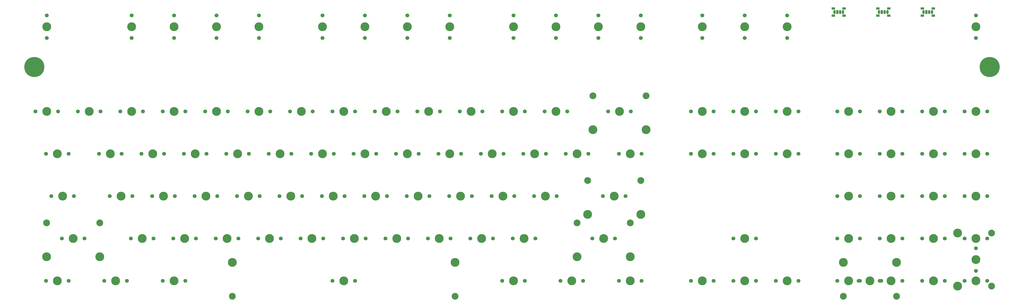
<source format=gbr>
%TF.GenerationSoftware,KiCad,Pcbnew,7.99.0-999-ge1db4e0694*%
%TF.CreationDate,2023-07-03T11:35:08-04:00*%
%TF.ProjectId,aek,61656b2e-6b69-4636-9164-5f7063625858,rev?*%
%TF.SameCoordinates,Original*%
%TF.FileFunction,Soldermask,Top*%
%TF.FilePolarity,Negative*%
%FSLAX46Y46*%
G04 Gerber Fmt 4.6, Leading zero omitted, Abs format (unit mm)*
G04 Created by KiCad (PCBNEW 7.99.0-999-ge1db4e0694) date 2023-07-03 11:35:08*
%MOMM*%
%LPD*%
G01*
G04 APERTURE LIST*
%ADD10R,1.500000X1.000000*%
%ADD11O,1.070000X1.800000*%
%ADD12R,1.070000X1.800000*%
%ADD13C,9.000000*%
%ADD14C,1.750000*%
%ADD15C,3.987800*%
%ADD16C,3.048000*%
G04 APERTURE END LIST*
D10*
%TO.C,LED1*%
X382454000Y-26416000D03*
D11*
X385539000Y-28016000D03*
D10*
X382454000Y-29616000D03*
D11*
X382999000Y-28016000D03*
D12*
X384269000Y-28016000D03*
D10*
X387354000Y-29616000D03*
D11*
X386809000Y-28016000D03*
D10*
X387354000Y-26416000D03*
%TD*%
%TO.C,LED2*%
X402454000Y-26416000D03*
D11*
X405539000Y-28016000D03*
D10*
X402454000Y-29616000D03*
D11*
X402999000Y-28016000D03*
D12*
X404269000Y-28016000D03*
D10*
X407354000Y-29616000D03*
D11*
X406809000Y-28016000D03*
D10*
X407354000Y-26416000D03*
%TD*%
%TO.C,LED3*%
X422454000Y-26416000D03*
D11*
X425539000Y-28016000D03*
D10*
X422454000Y-29616000D03*
D11*
X422999000Y-28016000D03*
D12*
X424269000Y-28016000D03*
D10*
X427354000Y-29616000D03*
D11*
X426809000Y-28016000D03*
D10*
X427354000Y-26416000D03*
%TD*%
D13*
%TO.C,H2*%
X452698000Y-52734000D03*
%TD*%
D14*
%TO.C,SW_0*%
X214757000Y-72707500D03*
D15*
X219837000Y-72707500D03*
D14*
X224917000Y-72707500D03*
%TD*%
%TO.C,SW_1*%
X43307000Y-72707500D03*
D15*
X48387000Y-72707500D03*
D14*
X53467000Y-72707500D03*
%TD*%
%TO.C,SW_2*%
X62357000Y-72707500D03*
D15*
X67437000Y-72707500D03*
D14*
X72517000Y-72707500D03*
%TD*%
%TO.C,SW_3*%
X81407000Y-72707500D03*
D15*
X86487000Y-72707500D03*
D14*
X91567000Y-72707500D03*
%TD*%
%TO.C,SW_6*%
X138557000Y-72707500D03*
D15*
X143637000Y-72707500D03*
D14*
X148717000Y-72707500D03*
%TD*%
%TO.C,SW_7*%
X157607000Y-72707500D03*
D15*
X162687000Y-72707500D03*
D14*
X167767000Y-72707500D03*
%TD*%
%TO.C,SW_8*%
X176657000Y-72707500D03*
D15*
X181737000Y-72707500D03*
D14*
X186817000Y-72707500D03*
%TD*%
%TO.C,SW_9*%
X195707000Y-72707500D03*
D15*
X200787000Y-72707500D03*
D14*
X205867000Y-72707500D03*
%TD*%
%TO.C,SW_A1*%
X57594500Y-110807500D03*
D15*
X62674500Y-110807500D03*
D14*
X67754500Y-110807500D03*
%TD*%
%TO.C,SW_APOS1*%
X248094500Y-110807500D03*
D15*
X253174500Y-110807500D03*
D14*
X258254500Y-110807500D03*
%TD*%
%TO.C,SW_B1*%
X143319500Y-129857500D03*
D15*
X148399500Y-129857500D03*
D14*
X153479500Y-129857500D03*
%TD*%
D16*
%TO.C,SW_BACKSP1*%
X274574000Y-65722500D03*
D15*
X274574000Y-80962500D03*
D14*
X281432000Y-72707500D03*
D15*
X286512000Y-72707500D03*
D14*
X291592000Y-72707500D03*
D16*
X298450000Y-65722500D03*
D15*
X298450000Y-80962500D03*
%TD*%
D14*
%TO.C,SW_BKSLS1*%
X286194500Y-91757500D03*
D15*
X291274500Y-91757500D03*
D14*
X296354500Y-91757500D03*
%TD*%
%TO.C,SW_C1*%
X105219500Y-129857500D03*
D15*
X110299500Y-129857500D03*
D14*
X115379500Y-129857500D03*
%TD*%
%TO.C,SW_CAP1*%
X31400750Y-110807500D03*
D15*
X36480750Y-110807500D03*
D14*
X41560750Y-110807500D03*
%TD*%
%TO.C,SW_COLON1*%
X229044500Y-110807500D03*
D15*
X234124500Y-110807500D03*
D14*
X239204500Y-110807500D03*
%TD*%
%TO.C,SW_COMMA1*%
X200469500Y-129857500D03*
D15*
X205549500Y-129857500D03*
D14*
X210629500Y-129857500D03*
%TD*%
%TO.C,SW_D1*%
X95694500Y-110807500D03*
D15*
X100774500Y-110807500D03*
D14*
X105854500Y-110807500D03*
%TD*%
%TO.C,SW_DEL1*%
X318579500Y-91757500D03*
D15*
X323659500Y-91757500D03*
D14*
X328739500Y-91757500D03*
%TD*%
%TO.C,SW_DOWN1*%
X337629500Y-148907500D03*
D15*
X342709500Y-148907500D03*
D14*
X347789500Y-148907500D03*
%TD*%
%TO.C,SW_E1*%
X90932000Y-91757500D03*
D15*
X96012000Y-91757500D03*
D14*
X101092000Y-91757500D03*
%TD*%
%TO.C,SW_END1*%
X337629500Y-91757500D03*
D15*
X342709500Y-91757500D03*
D14*
X347789500Y-91757500D03*
%TD*%
D16*
%TO.C,SW_ENTER1*%
X272192750Y-103822500D03*
D15*
X272192750Y-119062500D03*
D14*
X279050750Y-110807500D03*
D15*
X284130750Y-110807500D03*
D14*
X289210750Y-110807500D03*
D16*
X296068750Y-103822500D03*
D15*
X296068750Y-119062500D03*
%TD*%
D14*
%TO.C,SW_EQ1*%
X252857000Y-72707500D03*
D15*
X257937000Y-72707500D03*
D14*
X263017000Y-72707500D03*
%TD*%
%TO.C,SW_ESC1*%
X29337000Y-39687500D03*
D15*
X29337000Y-34607500D03*
D14*
X29337000Y-29527500D03*
%TD*%
%TO.C,SW_F1*%
X67437000Y-39687500D03*
D15*
X67437000Y-34607500D03*
D14*
X67437000Y-29527500D03*
%TD*%
%TO.C,SW_F2*%
X86487000Y-39687500D03*
D15*
X86487000Y-34607500D03*
D14*
X86487000Y-29527500D03*
%TD*%
%TO.C,SW_F3*%
X105537000Y-39687500D03*
D15*
X105537000Y-34607500D03*
D14*
X105537000Y-29527500D03*
%TD*%
%TO.C,SW_F4*%
X124587000Y-39687500D03*
D15*
X124587000Y-34607500D03*
D14*
X124587000Y-29527500D03*
%TD*%
%TO.C,SW_F5*%
X153162000Y-39687500D03*
D15*
X153162000Y-34607500D03*
D14*
X153162000Y-29527500D03*
%TD*%
%TO.C,SW_F6*%
X172212000Y-39687500D03*
D15*
X172212000Y-34607500D03*
D14*
X172212000Y-29527500D03*
%TD*%
%TO.C,SW_F7*%
X191262000Y-39687500D03*
D15*
X191262000Y-34607500D03*
D14*
X191262000Y-29527500D03*
%TD*%
%TO.C,SW_F8*%
X210312000Y-39687500D03*
D15*
X210312000Y-34607500D03*
D14*
X210312000Y-29527500D03*
%TD*%
%TO.C,SW_F9*%
X238887000Y-39687500D03*
D15*
X238887000Y-34607500D03*
D14*
X238887000Y-29527500D03*
%TD*%
%TO.C,SW_F10*%
X257937000Y-39687500D03*
D15*
X257937000Y-34607500D03*
D14*
X257937000Y-29527500D03*
%TD*%
%TO.C,SW_F11*%
X276987000Y-39687500D03*
D15*
X276987000Y-34607500D03*
D14*
X276987000Y-29527500D03*
%TD*%
%TO.C,SW_F12*%
X296037000Y-39687500D03*
D15*
X296037000Y-34607500D03*
D14*
X296037000Y-29527500D03*
%TD*%
%TO.C,SW_F13*%
X114744500Y-110807500D03*
D15*
X119824500Y-110807500D03*
D14*
X124904500Y-110807500D03*
%TD*%
%TO.C,SW_G1*%
X133794500Y-110807500D03*
D15*
X138874500Y-110807500D03*
D14*
X143954500Y-110807500D03*
%TD*%
%TO.C,SW_H1*%
X152844500Y-110807500D03*
D15*
X157924500Y-110807500D03*
D14*
X163004500Y-110807500D03*
%TD*%
%TO.C,SW_HOME1*%
X337629500Y-72707500D03*
D15*
X342709500Y-72707500D03*
D14*
X347789500Y-72707500D03*
%TD*%
%TO.C,SW_I1*%
X186182000Y-91757500D03*
D15*
X191262000Y-91757500D03*
D14*
X196342000Y-91757500D03*
%TD*%
%TO.C,SW_INS1*%
X318579500Y-72707500D03*
D15*
X323659500Y-72707500D03*
D14*
X328739500Y-72707500D03*
%TD*%
%TO.C,SW_J1*%
X171894500Y-110807500D03*
D15*
X176974500Y-110807500D03*
D14*
X182054500Y-110807500D03*
%TD*%
%TO.C,SW_K1*%
X190944500Y-110807500D03*
D15*
X196024500Y-110807500D03*
D14*
X201104500Y-110807500D03*
%TD*%
D15*
%TO.C,SW_KP0*%
X386969000Y-140652500D03*
D16*
X386969000Y-155892500D03*
D14*
X393827000Y-148907500D03*
D15*
X398907000Y-148907500D03*
D14*
X403987000Y-148907500D03*
D15*
X410845000Y-140652500D03*
D16*
X410845000Y-155892500D03*
%TD*%
D14*
%TO.C,SW_KP1*%
X384302000Y-129857500D03*
D15*
X389382000Y-129857500D03*
D14*
X394462000Y-129857500D03*
%TD*%
%TO.C,SW_KP2*%
X403352000Y-129857500D03*
D15*
X408432000Y-129857500D03*
D14*
X413512000Y-129857500D03*
%TD*%
%TO.C,SW_KP3*%
X422402000Y-129857500D03*
D15*
X427482000Y-129857500D03*
D14*
X432562000Y-129857500D03*
%TD*%
%TO.C,SW_KP4*%
X384302000Y-110807500D03*
D15*
X389382000Y-110807500D03*
D14*
X394462000Y-110807500D03*
%TD*%
%TO.C,SW_KP5*%
X403352000Y-110807500D03*
D15*
X408432000Y-110807500D03*
D14*
X413512000Y-110807500D03*
%TD*%
%TO.C,SW_KP6*%
X422402000Y-110807500D03*
D15*
X427482000Y-110807500D03*
D14*
X432562000Y-110807500D03*
%TD*%
%TO.C,SW_KP7*%
X384302000Y-91757500D03*
D15*
X389382000Y-91757500D03*
D14*
X394462000Y-91757500D03*
%TD*%
%TO.C,SW_KP8*%
X403352000Y-91757500D03*
D15*
X408432000Y-91757500D03*
D14*
X413512000Y-91757500D03*
%TD*%
%TO.C,SW_KP9*%
X422402000Y-91757500D03*
D15*
X427482000Y-91757500D03*
D14*
X432562000Y-91757500D03*
%TD*%
%TO.C,SW_KPASTR1*%
X441452000Y-72707500D03*
D15*
X446532000Y-72707500D03*
D14*
X451612000Y-72707500D03*
%TD*%
D15*
%TO.C,SW_KPENTER1*%
X438277000Y-151320500D03*
D16*
X453517000Y-151320500D03*
D14*
X446532000Y-144462500D03*
D15*
X446532000Y-139382500D03*
D14*
X446532000Y-134302500D03*
D15*
X438277000Y-127444500D03*
D16*
X453517000Y-127444500D03*
%TD*%
D14*
%TO.C,SW_KPEQ1*%
X403352000Y-72707500D03*
D15*
X408432000Y-72707500D03*
D14*
X413512000Y-72707500D03*
%TD*%
%TO.C,SW_KPMINUS1*%
X441452000Y-91757500D03*
D15*
X446532000Y-91757500D03*
D14*
X451612000Y-91757500D03*
%TD*%
%TO.C,SW_KPPER1*%
X422402000Y-148907500D03*
D15*
X427482000Y-148907500D03*
D14*
X432562000Y-148907500D03*
%TD*%
%TO.C,SW_KPPLUS1*%
X441452000Y-110807500D03*
D15*
X446532000Y-110807500D03*
D14*
X451612000Y-110807500D03*
%TD*%
%TO.C,SW_L1*%
X209994500Y-110807500D03*
D15*
X215074500Y-110807500D03*
D14*
X220154500Y-110807500D03*
%TD*%
%TO.C,SW_LALT1*%
X81407000Y-148907500D03*
D15*
X86487000Y-148907500D03*
D14*
X91567000Y-148907500D03*
%TD*%
%TO.C,SW_LBRAC1*%
X243332000Y-91757500D03*
D15*
X248412000Y-91757500D03*
D14*
X253492000Y-91757500D03*
%TD*%
%TO.C,SW_LCTR1*%
X29019500Y-148907500D03*
D15*
X34099500Y-148907500D03*
D14*
X39179500Y-148907500D03*
%TD*%
%TO.C,SW_LEFT1*%
X318579500Y-148907500D03*
D15*
X323659500Y-148907500D03*
D14*
X328739500Y-148907500D03*
%TD*%
%TO.C,SW_LMOD1*%
X55213250Y-148907500D03*
D15*
X60293250Y-148907500D03*
D14*
X65373250Y-148907500D03*
%TD*%
D16*
%TO.C,SW_LSH1*%
X29305250Y-122872500D03*
D15*
X29305250Y-138112500D03*
D14*
X36163250Y-129857500D03*
D15*
X41243250Y-129857500D03*
D14*
X46323250Y-129857500D03*
D16*
X53181250Y-122872500D03*
D15*
X53181250Y-138112500D03*
%TD*%
D14*
%TO.C,SW_M1*%
X181419500Y-129857500D03*
D15*
X186499500Y-129857500D03*
D14*
X191579500Y-129857500D03*
%TD*%
%TO.C,SW_MINUS1*%
X233807000Y-72707500D03*
D15*
X238887000Y-72707500D03*
D14*
X243967000Y-72707500D03*
%TD*%
%TO.C,SW_N1*%
X162369500Y-129857500D03*
D15*
X167449500Y-129857500D03*
D14*
X172529500Y-129857500D03*
%TD*%
%TO.C,SW_O1*%
X205232000Y-91757500D03*
D15*
X210312000Y-91757500D03*
D14*
X215392000Y-91757500D03*
%TD*%
%TO.C,SW_P1*%
X224282000Y-91757500D03*
D15*
X229362000Y-91757500D03*
D14*
X234442000Y-91757500D03*
%TD*%
%TO.C,SW_PAUSE1*%
X361759500Y-39687500D03*
D15*
X361759500Y-34607500D03*
D14*
X361759500Y-29527500D03*
%TD*%
%TO.C,SW_PERIOD1*%
X219519500Y-129857500D03*
D15*
X224599500Y-129857500D03*
D14*
X229679500Y-129857500D03*
%TD*%
%TO.C,SW_PGDN1*%
X356679500Y-91757500D03*
D15*
X361759500Y-91757500D03*
D14*
X366839500Y-91757500D03*
%TD*%
%TO.C,SW_PGUP1*%
X356679500Y-72707500D03*
D15*
X361759500Y-72707500D03*
D14*
X366839500Y-72707500D03*
%TD*%
%TO.C,SW_POW1*%
X446532000Y-39687500D03*
D15*
X446532000Y-34607500D03*
D14*
X446532000Y-29527500D03*
%TD*%
%TO.C,SW_PRSC1*%
X323659500Y-39687500D03*
D15*
X323659500Y-34607500D03*
D14*
X323659500Y-29527500D03*
%TD*%
%TO.C,SW_Q1*%
X52832000Y-91757500D03*
D15*
X57912000Y-91757500D03*
D14*
X62992000Y-91757500D03*
%TD*%
%TO.C,SW_R1*%
X109982000Y-91757500D03*
D15*
X115062000Y-91757500D03*
D14*
X120142000Y-91757500D03*
%TD*%
%TO.C,SW_RALT1*%
X233807000Y-148907500D03*
D15*
X238887000Y-148907500D03*
D14*
X243967000Y-148907500D03*
%TD*%
%TO.C,SW_RBRAC1*%
X262382000Y-91757500D03*
D15*
X267462000Y-91757500D03*
D14*
X272542000Y-91757500D03*
%TD*%
%TO.C,SW_RCTR1*%
X286194500Y-148907500D03*
D15*
X291274500Y-148907500D03*
D14*
X296354500Y-148907500D03*
%TD*%
%TO.C,SW_RIGHT1*%
X356679500Y-148907500D03*
D15*
X361759500Y-148907500D03*
D14*
X366839500Y-148907500D03*
%TD*%
%TO.C,SW_RMOD1*%
X260000750Y-148907500D03*
D15*
X265080750Y-148907500D03*
D14*
X270160750Y-148907500D03*
%TD*%
D16*
%TO.C,SW_RSH1*%
X267430250Y-122872500D03*
D15*
X267430250Y-138112500D03*
D14*
X274288250Y-129857500D03*
D15*
X279368250Y-129857500D03*
D14*
X284448250Y-129857500D03*
D16*
X291306250Y-122872500D03*
D15*
X291306250Y-138112500D03*
%TD*%
D14*
%TO.C,SW_S1*%
X76644500Y-110807500D03*
D15*
X81724500Y-110807500D03*
D14*
X86804500Y-110807500D03*
%TD*%
%TO.C,SW_SCLK1*%
X342709500Y-39687500D03*
D15*
X342709500Y-34607500D03*
D14*
X342709500Y-29527500D03*
%TD*%
%TO.C,SW_SLASH1*%
X238569500Y-129857500D03*
D15*
X243649500Y-129857500D03*
D14*
X248729500Y-129857500D03*
%TD*%
D15*
%TO.C,SW_SPACE1*%
X112687100Y-140652500D03*
D16*
X112687100Y-155892500D03*
D14*
X157607000Y-148907500D03*
D15*
X162687000Y-148907500D03*
D14*
X167767000Y-148907500D03*
D15*
X212686900Y-140652500D03*
D16*
X212686900Y-155892500D03*
%TD*%
D14*
%TO.C,SW_T1*%
X129032000Y-91757500D03*
D15*
X134112000Y-91757500D03*
D14*
X139192000Y-91757500D03*
%TD*%
%TO.C,SW_TAB1*%
X29019500Y-91757500D03*
D15*
X34099500Y-91757500D03*
D14*
X39179500Y-91757500D03*
%TD*%
%TO.C,SW_TICK1*%
X24257000Y-72707500D03*
D15*
X29337000Y-72707500D03*
D14*
X34417000Y-72707500D03*
%TD*%
%TO.C,SW_U1*%
X167132000Y-91757500D03*
D15*
X172212000Y-91757500D03*
D14*
X177292000Y-91757500D03*
%TD*%
%TO.C,SW_UP1*%
X337629500Y-129857500D03*
D15*
X342709500Y-129857500D03*
D14*
X347789500Y-129857500D03*
%TD*%
%TO.C,SW_V1*%
X124269500Y-129857500D03*
D15*
X129349500Y-129857500D03*
D14*
X134429500Y-129857500D03*
%TD*%
%TO.C,SW_W1*%
X71882000Y-91757500D03*
D15*
X76962000Y-91757500D03*
D14*
X82042000Y-91757500D03*
%TD*%
%TO.C,SW_X1*%
X86169500Y-129857500D03*
D15*
X91249500Y-129857500D03*
D14*
X96329500Y-129857500D03*
%TD*%
%TO.C,SW_Y1*%
X148082000Y-91757500D03*
D15*
X153162000Y-91757500D03*
D14*
X158242000Y-91757500D03*
%TD*%
%TO.C,SW_Z1*%
X67119500Y-129857500D03*
D15*
X72199500Y-129857500D03*
D14*
X77279500Y-129857500D03*
%TD*%
D13*
%TO.C,H1*%
X23800000Y-52734000D03*
%TD*%
D14*
%TO.C,SW_4*%
X100457000Y-72707500D03*
D15*
X105537000Y-72707500D03*
D14*
X110617000Y-72707500D03*
%TD*%
%TO.C,SW_5*%
X119507000Y-72707500D03*
D15*
X124587000Y-72707500D03*
D14*
X129667000Y-72707500D03*
%TD*%
%TO.C,SW_NUMLK1*%
X384302000Y-72707500D03*
D15*
X389382000Y-72707500D03*
D14*
X394462000Y-72707500D03*
%TD*%
%TO.C,SW_KP0X1*%
X413512000Y-148907500D03*
D15*
X408432000Y-148907500D03*
D14*
X403352000Y-148907500D03*
%TD*%
%TO.C,SW_KPENTERALT1*%
X451612000Y-148907500D03*
D15*
X446532000Y-148907500D03*
D14*
X441452000Y-148907500D03*
%TD*%
%TO.C,SW_KPSLASH1*%
X422402000Y-72707500D03*
D15*
X427482000Y-72707500D03*
D14*
X432562000Y-72707500D03*
%TD*%
%TO.C,SW_KP0ALT1*%
X384302000Y-148907500D03*
D15*
X389382000Y-148907500D03*
D14*
X394462000Y-148907500D03*
%TD*%
%TO.C,SW_KPENTERX1*%
X441452000Y-129857500D03*
D15*
X446532000Y-129857500D03*
D14*
X451612000Y-129857500D03*
%TD*%
M02*

</source>
